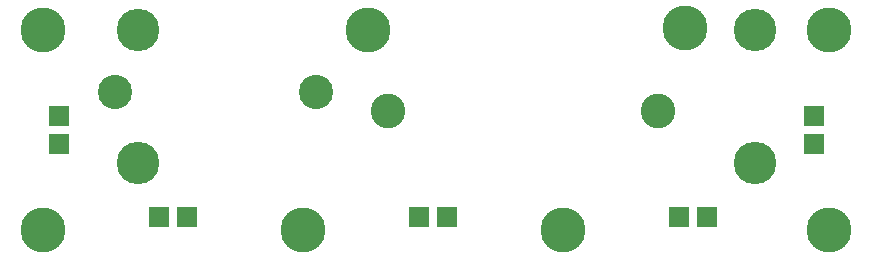
<source format=gts>
%FSLAX34Y34*%
G04 Gerber Fmt 3.4, Leading zero omitted, Abs format*
G04 (created by PCBNEW (2014-01-19 BZR 4624)-product) date 5/23/2014 12:26:44 AM*
%MOIN*%
G01*
G70*
G90*
G04 APERTURE LIST*
%ADD10C,0.005906*%
%ADD11C,0.149606*%
%ADD12C,0.114173*%
%ADD13C,0.115748*%
%ADD14C,0.141732*%
%ADD15R,0.068898X0.070866*%
%ADD16R,0.070866X0.068898*%
G04 APERTURE END LIST*
G54D10*
G54D11*
X33858Y-7480D03*
X33858Y-14173D03*
X25000Y-14173D03*
X16338Y-14173D03*
X7677Y-14173D03*
X7677Y-7480D03*
X18503Y-7480D03*
G54D12*
X16771Y-9566D03*
X10078Y-9566D03*
G54D13*
X28161Y-10196D03*
X19161Y-10196D03*
G54D14*
X10826Y-11929D03*
X10826Y-7480D03*
X31417Y-7480D03*
X31417Y-11929D03*
G54D15*
X33385Y-10354D03*
X33385Y-11299D03*
G54D16*
X29803Y-13740D03*
X28858Y-13740D03*
X21141Y-13740D03*
X20196Y-13740D03*
X12480Y-13720D03*
X11535Y-13720D03*
G54D15*
X8188Y-10354D03*
X8188Y-11299D03*
G54D11*
X29055Y-7440D03*
M02*

</source>
